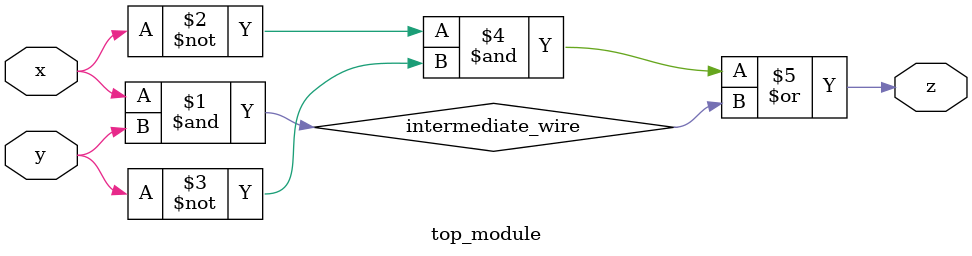
<source format=sv>
module top_module(
    input x,
    input y,
    output z);

    // Intermediate wire for internal calculations
    wire intermediate_wire;

    // Assignments for the intermediate wire and output z
    assign intermediate_wire = x & y;
    assign z = (~x & ~y) | intermediate_wire;

endmodule

</source>
